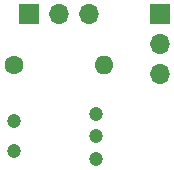
<source format=gbr>
%TF.GenerationSoftware,KiCad,Pcbnew,7.0.9*%
%TF.CreationDate,2023-11-24T16:16:38+10:00*%
%TF.ProjectId,util_photoswitch,7574696c-5f70-4686-9f74-6f7377697463,rev?*%
%TF.SameCoordinates,Original*%
%TF.FileFunction,Soldermask,Top*%
%TF.FilePolarity,Negative*%
%FSLAX46Y46*%
G04 Gerber Fmt 4.6, Leading zero omitted, Abs format (unit mm)*
G04 Created by KiCad (PCBNEW 7.0.9) date 2023-11-24 16:16:38*
%MOMM*%
%LPD*%
G01*
G04 APERTURE LIST*
%ADD10R,1.700000X1.700000*%
%ADD11O,1.700000X1.700000*%
%ADD12C,1.600000*%
%ADD13O,1.600000X1.600000*%
%ADD14C,1.200000*%
G04 APERTURE END LIST*
D10*
%TO.C,J2*%
X90678000Y-56642000D03*
D11*
X93218000Y-56642000D03*
X95758000Y-56642000D03*
%TD*%
D10*
%TO.C,J1*%
X101797000Y-56657000D03*
D11*
X101797000Y-59197000D03*
X101797000Y-61737000D03*
%TD*%
D12*
%TO.C,R1*%
X89408000Y-60960000D03*
D13*
X97028000Y-60960000D03*
%TD*%
D14*
%TO.C,U1*%
X89407980Y-65749800D03*
X89407980Y-68289800D03*
X96392980Y-68924800D03*
X96392980Y-67019800D03*
X96392980Y-65114800D03*
%TD*%
M02*

</source>
